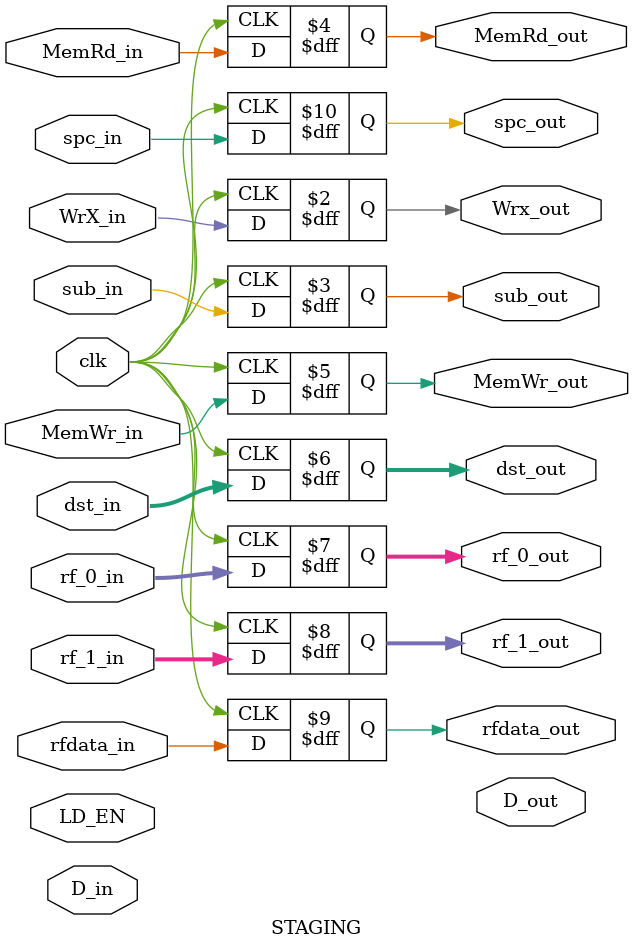
<source format=v>
module STAGING(
input clk,
input LD_EN,
input D_in,
input WrX_in,
input MemWr_in,
input MemRd_in,
input sub_in,
input spc_in,
input rfdata_in,
input [15:0]rf_1_in,
input [15:0]rf_0_in,
input [3:0]dst_in,
//input op_in,

output reg Wrx_out, //Delayed 2 Cycles 
output reg sub_out, //Delayed 1 Cycle
//output reg op_out,
output reg MemRd_out, //Delay 1 Cycle
output reg MemWr_out, //Delayed 2 Cycle
output reg [3:0] dst_out,   //Delayed 2 Cycles
output reg [15:0] rf_0_out,  //Delayed 1 Cycle
output reg [15:0] rf_1_out,  //Delayed 1 Cycle
output reg D_out,      
output reg rfdata_out, //Delayed 1 Cycle
output reg spc_out     //Delayed 2 Cycles?????

    );
    //Regs that need 2 Cycle Delay
  
    always@(posedge clk) begin
        Wrx_out <= WrX_in;
       
        
        sub_out <= sub_in;
        
        MemRd_out <= MemRd_in;
        
        MemWr_out <= MemWr_in;
       
        
        dst_out <= dst_in;
    
        
        rf_0_out <= rf_0_in;
        rf_1_out <= rf_1_in;
        
        rfdata_out <= rfdata_in;
        spc_out <= spc_in;
        
    end
endmodule   
</source>
